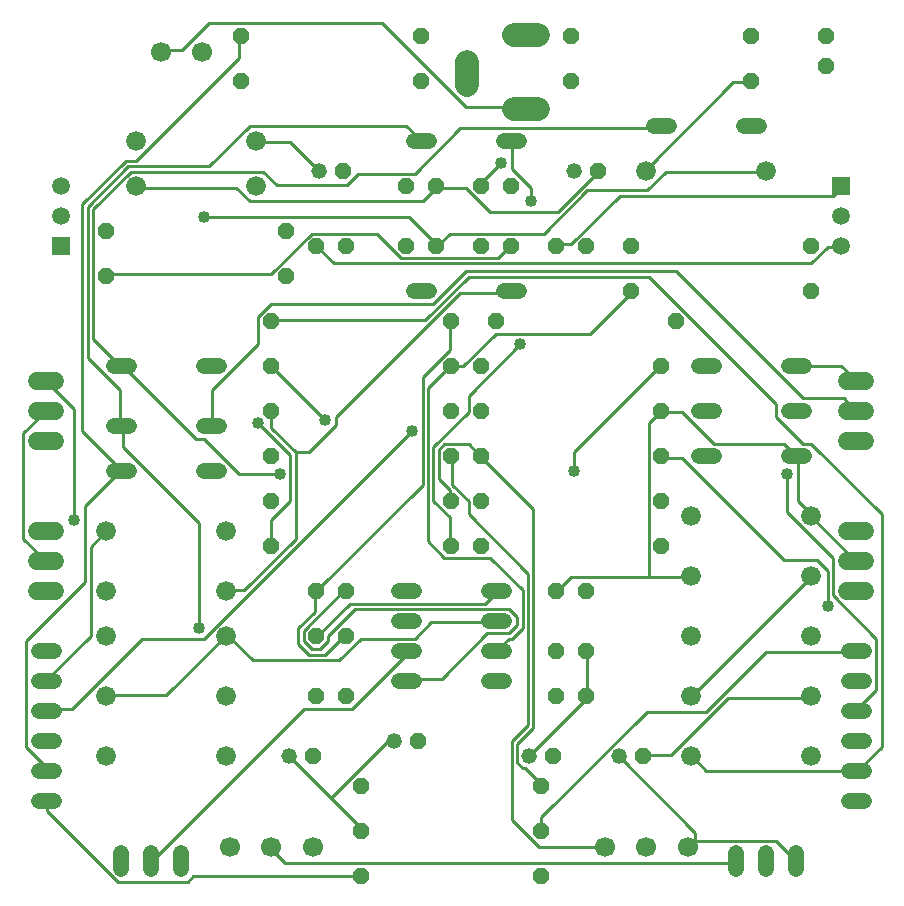
<source format=gbl>
G75*
%MOIN*%
%OFA0B0*%
%FSLAX25Y25*%
%IPPOS*%
%LPD*%
%AMOC8*
5,1,8,0,0,1.08239X$1,22.5*
%
%ADD10C,0.06693*%
%ADD11OC8,0.05200*%
%ADD12C,0.05200*%
%ADD13C,0.06600*%
%ADD14C,0.05200*%
%ADD15R,0.05937X0.05937*%
%ADD16C,0.05937*%
%ADD17C,0.07874*%
%ADD18C,0.06000*%
%ADD19C,0.01000*%
%ADD20C,0.04000*%
D10*
X0077220Y0020606D03*
X0091000Y0020606D03*
X0104780Y0020606D03*
X0202220Y0020606D03*
X0216000Y0020606D03*
X0229780Y0020606D03*
X0067890Y0285606D03*
X0054110Y0285606D03*
D11*
X0081000Y0291000D03*
X0081000Y0276000D03*
X0115000Y0246000D03*
X0136000Y0241000D03*
X0146000Y0241000D03*
X0161000Y0241000D03*
X0171000Y0241000D03*
X0171000Y0221000D03*
X0161000Y0221000D03*
X0146000Y0221000D03*
X0136000Y0221000D03*
X0116000Y0221000D03*
X0106000Y0221000D03*
X0096000Y0226000D03*
X0096000Y0211000D03*
X0091000Y0196000D03*
X0091000Y0181000D03*
X0091000Y0166000D03*
X0091000Y0151000D03*
X0091000Y0136000D03*
X0091000Y0121000D03*
X0106000Y0106000D03*
X0116000Y0106000D03*
X0116000Y0091000D03*
X0106000Y0091000D03*
X0106000Y0071000D03*
X0116000Y0071000D03*
X0105000Y0051000D03*
X0121000Y0041000D03*
X0121000Y0026000D03*
X0121000Y0011000D03*
X0140000Y0056000D03*
X0181000Y0041000D03*
X0185000Y0051000D03*
X0186000Y0071000D03*
X0196000Y0071000D03*
X0196000Y0086000D03*
X0186000Y0086000D03*
X0186000Y0106000D03*
X0196000Y0106000D03*
X0221000Y0121000D03*
X0221000Y0136000D03*
X0221000Y0151000D03*
X0221000Y0166000D03*
X0221000Y0181000D03*
X0226000Y0196000D03*
X0211000Y0206000D03*
X0211000Y0221000D03*
X0196000Y0221000D03*
X0186000Y0221000D03*
X0166000Y0196000D03*
X0151000Y0196000D03*
X0151000Y0181000D03*
X0161000Y0181000D03*
X0161000Y0166000D03*
X0151000Y0166000D03*
X0151000Y0151000D03*
X0161000Y0151000D03*
X0161000Y0136000D03*
X0151000Y0136000D03*
X0151000Y0121000D03*
X0161000Y0121000D03*
X0215000Y0051000D03*
X0181000Y0026000D03*
X0181000Y0011000D03*
X0271000Y0206000D03*
X0271000Y0221000D03*
X0251000Y0276000D03*
X0251000Y0291000D03*
X0276000Y0291000D03*
X0276000Y0281000D03*
X0200000Y0246000D03*
X0191000Y0276000D03*
X0191000Y0291000D03*
X0141000Y0291000D03*
X0141000Y0276000D03*
X0036000Y0226000D03*
X0036000Y0211000D03*
D12*
X0107000Y0246000D03*
X0192000Y0246000D03*
X0132000Y0056000D03*
X0097000Y0051000D03*
X0177000Y0051000D03*
X0207000Y0051000D03*
D13*
X0231000Y0051000D03*
X0231000Y0071000D03*
X0231000Y0091000D03*
X0231000Y0111000D03*
X0231000Y0131000D03*
X0271000Y0131000D03*
X0271000Y0111000D03*
X0271000Y0091000D03*
X0271000Y0071000D03*
X0271000Y0051000D03*
X0256000Y0246000D03*
X0216000Y0246000D03*
X0086000Y0241000D03*
X0086000Y0256000D03*
X0046000Y0256000D03*
X0046000Y0241000D03*
X0036000Y0126000D03*
X0036000Y0106000D03*
X0036000Y0091000D03*
X0036000Y0071000D03*
X0036000Y0051000D03*
X0076000Y0051000D03*
X0076000Y0071000D03*
X0076000Y0091000D03*
X0076000Y0106000D03*
X0076000Y0126000D03*
D14*
X0073600Y0146000D02*
X0068400Y0146000D01*
X0068400Y0161000D02*
X0073600Y0161000D01*
X0073600Y0181000D02*
X0068400Y0181000D01*
X0043600Y0181000D02*
X0038400Y0181000D01*
X0038400Y0161000D02*
X0043600Y0161000D01*
X0043600Y0146000D02*
X0038400Y0146000D01*
X0018600Y0086000D02*
X0013400Y0086000D01*
X0013400Y0076000D02*
X0018600Y0076000D01*
X0018600Y0066000D02*
X0013400Y0066000D01*
X0013400Y0056000D02*
X0018600Y0056000D01*
X0018600Y0046000D02*
X0013400Y0046000D01*
X0013400Y0036000D02*
X0018600Y0036000D01*
X0041000Y0018600D02*
X0041000Y0013400D01*
X0051000Y0013400D02*
X0051000Y0018600D01*
X0061000Y0018600D02*
X0061000Y0013400D01*
X0133400Y0076000D02*
X0138600Y0076000D01*
X0138600Y0086000D02*
X0133400Y0086000D01*
X0133400Y0096000D02*
X0138600Y0096000D01*
X0138600Y0106000D02*
X0133400Y0106000D01*
X0163400Y0106000D02*
X0168600Y0106000D01*
X0168600Y0096000D02*
X0163400Y0096000D01*
X0163400Y0086000D02*
X0168600Y0086000D01*
X0168600Y0076000D02*
X0163400Y0076000D01*
X0233400Y0151000D02*
X0238600Y0151000D01*
X0238600Y0166000D02*
X0233400Y0166000D01*
X0233400Y0181000D02*
X0238600Y0181000D01*
X0263400Y0181000D02*
X0268600Y0181000D01*
X0268600Y0166000D02*
X0263400Y0166000D01*
X0263400Y0151000D02*
X0268600Y0151000D01*
X0283400Y0086000D02*
X0288600Y0086000D01*
X0288600Y0076000D02*
X0283400Y0076000D01*
X0283400Y0066000D02*
X0288600Y0066000D01*
X0288600Y0056000D02*
X0283400Y0056000D01*
X0283400Y0046000D02*
X0288600Y0046000D01*
X0288600Y0036000D02*
X0283400Y0036000D01*
X0266000Y0018600D02*
X0266000Y0013400D01*
X0256000Y0013400D02*
X0256000Y0018600D01*
X0246000Y0018600D02*
X0246000Y0013400D01*
X0173600Y0206000D02*
X0168400Y0206000D01*
X0143600Y0206000D02*
X0138400Y0206000D01*
X0138400Y0256000D02*
X0143600Y0256000D01*
X0168400Y0256000D02*
X0173600Y0256000D01*
X0218400Y0261000D02*
X0223600Y0261000D01*
X0248400Y0261000D02*
X0253600Y0261000D01*
D15*
X0281000Y0241000D03*
X0021000Y0221000D03*
D16*
X0021000Y0231000D03*
X0021000Y0241000D03*
X0281000Y0231000D03*
X0281000Y0221000D03*
D17*
X0179780Y0266669D02*
X0171906Y0266669D01*
X0156157Y0274543D02*
X0156157Y0282417D01*
X0171906Y0291472D02*
X0179780Y0291472D01*
D18*
X0283000Y0176000D02*
X0289000Y0176000D01*
X0289000Y0166000D02*
X0283000Y0166000D01*
X0283000Y0156000D02*
X0289000Y0156000D01*
X0289000Y0126000D02*
X0283000Y0126000D01*
X0283000Y0116000D02*
X0289000Y0116000D01*
X0289000Y0106000D02*
X0283000Y0106000D01*
X0019000Y0106000D02*
X0013000Y0106000D01*
X0013000Y0116000D02*
X0019000Y0116000D01*
X0019000Y0126000D02*
X0013000Y0126000D01*
X0013000Y0156000D02*
X0019000Y0156000D01*
X0019000Y0166000D02*
X0013000Y0166000D01*
X0013000Y0176000D02*
X0019000Y0176000D01*
D19*
X0016300Y0035200D02*
X0016300Y0032500D01*
X0039700Y0009100D01*
X0063100Y0009100D01*
X0064900Y0010900D01*
X0120700Y0010900D01*
X0121000Y0011000D01*
X0121000Y0026000D02*
X0121600Y0026200D01*
X0110800Y0037000D01*
X0129700Y0055900D01*
X0131500Y0055900D01*
X0132000Y0056000D01*
X0118000Y0066700D02*
X0136000Y0084700D01*
X0136000Y0086000D01*
X0138700Y0090100D02*
X0120700Y0090100D01*
X0113500Y0082900D01*
X0084700Y0082900D01*
X0076600Y0091000D01*
X0076000Y0091000D01*
X0075700Y0091000D01*
X0055900Y0071200D01*
X0036100Y0071200D01*
X0036000Y0071000D01*
X0024400Y0066700D02*
X0047800Y0090100D01*
X0068500Y0090100D01*
X0137800Y0159400D01*
X0145000Y0154000D02*
X0156700Y0165700D01*
X0156700Y0171100D01*
X0173800Y0188200D01*
X0165700Y0191800D02*
X0197200Y0191800D01*
X0210700Y0205300D01*
X0211000Y0206000D01*
X0217000Y0210700D02*
X0259300Y0168400D01*
X0259300Y0163900D01*
X0268300Y0154900D01*
X0271000Y0154900D01*
X0294400Y0131500D01*
X0294400Y0054100D01*
X0286300Y0046000D01*
X0286000Y0046000D01*
X0235900Y0046000D01*
X0231400Y0050500D01*
X0231000Y0051000D01*
X0224200Y0051400D02*
X0215200Y0051400D01*
X0215000Y0051000D01*
X0207100Y0050500D02*
X0207000Y0051000D01*
X0207100Y0050500D02*
X0232300Y0025300D01*
X0232300Y0022600D01*
X0229780Y0020606D01*
X0230500Y0020800D01*
X0232300Y0022600D01*
X0259300Y0022600D01*
X0265600Y0016300D01*
X0266000Y0016000D01*
X0246000Y0016000D02*
X0245800Y0015400D01*
X0095500Y0015400D01*
X0091000Y0019900D01*
X0091000Y0020606D01*
X0110800Y0037000D02*
X0097300Y0050500D01*
X0097000Y0051000D01*
X0101800Y0066700D02*
X0118000Y0066700D01*
X0109000Y0084700D02*
X0103600Y0084700D01*
X0100000Y0088300D01*
X0100000Y0093700D01*
X0105400Y0099100D01*
X0105400Y0105400D01*
X0106000Y0106000D01*
X0141400Y0141400D01*
X0141400Y0177400D01*
X0150400Y0186400D01*
X0150400Y0195400D01*
X0151000Y0196000D01*
X0145000Y0201700D02*
X0155800Y0212500D01*
X0226000Y0212500D01*
X0268300Y0170200D01*
X0281800Y0170200D01*
X0286000Y0166000D01*
X0286000Y0176000D02*
X0285400Y0176500D01*
X0280900Y0181000D01*
X0266000Y0181000D01*
X0262000Y0154900D02*
X0265600Y0151300D01*
X0266000Y0151000D01*
X0266500Y0150400D01*
X0266500Y0136000D01*
X0271000Y0131500D01*
X0271000Y0131000D01*
X0271000Y0130600D01*
X0285400Y0116200D01*
X0286000Y0116000D01*
X0278200Y0117100D02*
X0262900Y0132400D01*
X0262900Y0145000D01*
X0262000Y0154900D02*
X0238600Y0154900D01*
X0227800Y0165700D01*
X0221500Y0165700D01*
X0221000Y0166000D01*
X0220600Y0165700D01*
X0217000Y0162100D01*
X0217000Y0110800D01*
X0230500Y0110800D01*
X0231000Y0111000D01*
X0217000Y0110800D02*
X0190900Y0110800D01*
X0186400Y0106300D01*
X0186000Y0106000D01*
X0176500Y0111700D02*
X0176500Y0061300D01*
X0171100Y0055900D01*
X0171100Y0029800D01*
X0180100Y0020800D01*
X0201700Y0020800D01*
X0202220Y0020606D01*
X0181000Y0026000D02*
X0181000Y0030700D01*
X0216100Y0065800D01*
X0235900Y0065800D01*
X0255700Y0085600D01*
X0285400Y0085600D01*
X0286000Y0086000D01*
X0292600Y0090100D02*
X0278200Y0104500D01*
X0278200Y0117100D01*
X0276400Y0112600D02*
X0276400Y0100900D01*
X0271000Y0110800D02*
X0271000Y0111000D01*
X0271000Y0110800D02*
X0231400Y0071200D01*
X0231000Y0071000D01*
X0243100Y0070300D02*
X0224200Y0051400D01*
X0243100Y0070300D02*
X0271000Y0070300D01*
X0271000Y0071000D01*
X0286000Y0066000D02*
X0286300Y0066700D01*
X0292600Y0073000D01*
X0292600Y0090100D01*
X0276400Y0112600D02*
X0272800Y0116200D01*
X0262000Y0116200D01*
X0227800Y0150400D01*
X0221500Y0150400D01*
X0221000Y0151000D01*
X0191800Y0152200D02*
X0220600Y0181000D01*
X0221000Y0181000D01*
X0217000Y0210700D02*
X0156700Y0210700D01*
X0142300Y0196300D01*
X0091000Y0196300D01*
X0091000Y0196000D01*
X0086500Y0197200D02*
X0091000Y0201700D01*
X0145000Y0201700D01*
X0154000Y0205300D02*
X0112600Y0163900D01*
X0112600Y0161200D01*
X0103600Y0152200D01*
X0099100Y0152200D01*
X0099100Y0123400D01*
X0082000Y0106300D01*
X0076600Y0106300D01*
X0076000Y0106000D01*
X0066700Y0093700D02*
X0066700Y0128800D01*
X0041500Y0154000D01*
X0041500Y0160300D01*
X0041000Y0161000D01*
X0040600Y0161200D01*
X0040600Y0172900D01*
X0029800Y0183700D01*
X0029800Y0234100D01*
X0043300Y0247600D01*
X0070300Y0247600D01*
X0083800Y0261100D01*
X0136000Y0261100D01*
X0140500Y0256600D01*
X0141000Y0256000D01*
X0138700Y0244900D02*
X0119800Y0244900D01*
X0116200Y0241300D01*
X0092800Y0241300D01*
X0088300Y0245800D01*
X0044200Y0245800D01*
X0031600Y0233200D01*
X0031600Y0190000D01*
X0040600Y0181000D01*
X0041000Y0181000D01*
X0041500Y0181000D01*
X0065800Y0156700D01*
X0068500Y0156700D01*
X0080200Y0145000D01*
X0093700Y0145000D01*
X0097300Y0151300D02*
X0086500Y0162100D01*
X0091000Y0160300D02*
X0099100Y0152200D01*
X0097300Y0151300D02*
X0097300Y0136000D01*
X0091000Y0129700D01*
X0091000Y0121000D01*
X0115300Y0106300D02*
X0116000Y0106000D01*
X0115300Y0106300D02*
X0101800Y0092800D01*
X0101800Y0089200D01*
X0104500Y0086500D01*
X0107200Y0086500D01*
X0109900Y0089200D01*
X0109900Y0091000D01*
X0118900Y0100000D01*
X0170200Y0100000D01*
X0172900Y0097300D01*
X0172900Y0094600D01*
X0170200Y0091900D01*
X0163000Y0091900D01*
X0147700Y0076600D01*
X0136000Y0076600D01*
X0136000Y0076000D01*
X0138700Y0090100D02*
X0144100Y0095500D01*
X0165700Y0095500D01*
X0166000Y0096000D01*
X0162100Y0101800D02*
X0165700Y0105400D01*
X0166000Y0106000D01*
X0162100Y0101800D02*
X0117100Y0101800D01*
X0106300Y0091000D01*
X0106000Y0091000D01*
X0109000Y0084700D02*
X0115300Y0091000D01*
X0116000Y0091000D01*
X0101800Y0066700D02*
X0051400Y0016300D01*
X0051000Y0016000D01*
X0016300Y0035200D02*
X0016000Y0036000D01*
X0016000Y0046000D02*
X0015400Y0046000D01*
X0015400Y0047800D01*
X0009100Y0054100D01*
X0009100Y0089200D01*
X0028900Y0109000D01*
X0028900Y0134200D01*
X0040600Y0145900D01*
X0041000Y0146000D01*
X0040600Y0146800D01*
X0028000Y0159400D01*
X0028000Y0235000D01*
X0042400Y0249400D01*
X0046000Y0249400D01*
X0080200Y0283600D01*
X0080200Y0290800D01*
X0081000Y0291000D01*
X0070300Y0295300D02*
X0127900Y0295300D01*
X0155800Y0267400D01*
X0175600Y0267400D01*
X0175843Y0266669D01*
X0171000Y0256000D02*
X0171100Y0255700D01*
X0171100Y0246700D01*
X0177400Y0240400D01*
X0177400Y0235900D01*
X0186400Y0232300D02*
X0199900Y0245800D01*
X0200000Y0246000D01*
X0196300Y0239500D02*
X0181900Y0225100D01*
X0150400Y0225100D01*
X0146800Y0221500D01*
X0146000Y0221000D01*
X0145900Y0221500D01*
X0136900Y0230500D01*
X0068500Y0230500D01*
X0079300Y0240400D02*
X0083800Y0235900D01*
X0141400Y0235900D01*
X0145900Y0240400D01*
X0146000Y0241000D01*
X0146800Y0240400D01*
X0155800Y0240400D01*
X0163900Y0232300D01*
X0186400Y0232300D01*
X0186400Y0221500D02*
X0186000Y0221000D01*
X0186400Y0221500D02*
X0190900Y0221500D01*
X0207100Y0237700D01*
X0278200Y0237700D01*
X0280900Y0240400D01*
X0281000Y0241000D01*
X0281000Y0221000D02*
X0280900Y0220600D01*
X0276400Y0220600D01*
X0271000Y0215200D01*
X0111700Y0215200D01*
X0106300Y0220600D01*
X0106000Y0221000D01*
X0104500Y0225100D02*
X0126100Y0225100D01*
X0134200Y0217000D01*
X0166600Y0217000D01*
X0170200Y0220600D01*
X0171000Y0221000D01*
X0171000Y0206000D02*
X0170200Y0205300D01*
X0154000Y0205300D01*
X0165700Y0191800D02*
X0154900Y0181000D01*
X0151000Y0181000D01*
X0150400Y0181000D01*
X0143200Y0173800D01*
X0143200Y0122500D01*
X0148600Y0117100D01*
X0163900Y0117100D01*
X0174700Y0106300D01*
X0174700Y0093700D01*
X0171100Y0090100D01*
X0170200Y0090100D01*
X0166600Y0086500D01*
X0166000Y0086000D01*
X0176500Y0111700D02*
X0156700Y0131500D01*
X0156700Y0136000D01*
X0151300Y0141400D01*
X0151300Y0150400D01*
X0151000Y0151000D01*
X0148600Y0154900D02*
X0156700Y0154900D01*
X0160300Y0151300D01*
X0161000Y0151000D01*
X0161200Y0150400D01*
X0178300Y0133300D01*
X0178300Y0060400D01*
X0172900Y0055000D01*
X0172900Y0048700D01*
X0174700Y0046900D01*
X0175600Y0046900D01*
X0181000Y0041500D01*
X0181000Y0041000D01*
X0177000Y0051000D02*
X0196300Y0070300D01*
X0196000Y0071000D01*
X0196300Y0071200D01*
X0196300Y0085600D01*
X0196000Y0086000D01*
X0151000Y0121000D02*
X0150400Y0121600D01*
X0150400Y0130600D01*
X0145000Y0136000D01*
X0145000Y0154000D01*
X0146800Y0153100D02*
X0148600Y0154900D01*
X0146800Y0153100D02*
X0146800Y0143200D01*
X0150400Y0139600D01*
X0150400Y0136000D01*
X0151000Y0136000D01*
X0191800Y0145900D02*
X0191800Y0152200D01*
X0109000Y0163000D02*
X0091000Y0181000D01*
X0086500Y0188200D02*
X0086500Y0197200D01*
X0086500Y0188200D02*
X0071200Y0172900D01*
X0071200Y0161200D01*
X0071000Y0161000D01*
X0091000Y0160300D02*
X0091000Y0166000D01*
X0091000Y0211600D02*
X0104500Y0225100D01*
X0091000Y0211600D02*
X0036100Y0211600D01*
X0036000Y0211000D01*
X0046000Y0240400D02*
X0046000Y0241000D01*
X0046000Y0240400D02*
X0079300Y0240400D01*
X0086500Y0255700D02*
X0086000Y0256000D01*
X0086500Y0255700D02*
X0097300Y0255700D01*
X0107000Y0246000D01*
X0138700Y0244900D02*
X0154000Y0260200D01*
X0220600Y0260200D01*
X0221000Y0261000D01*
X0216100Y0246700D02*
X0216000Y0246000D01*
X0216100Y0246700D02*
X0244900Y0275500D01*
X0250300Y0275500D01*
X0251000Y0276000D01*
X0256000Y0246000D02*
X0255700Y0245800D01*
X0222400Y0245800D01*
X0216100Y0239500D01*
X0196300Y0239500D01*
X0167500Y0248500D02*
X0160300Y0241300D01*
X0161000Y0241000D01*
X0070300Y0295300D02*
X0061300Y0286300D01*
X0055000Y0286300D01*
X0054110Y0285606D01*
X0016000Y0176000D02*
X0016300Y0175600D01*
X0025300Y0166600D01*
X0025300Y0129700D01*
X0030700Y0120700D02*
X0036000Y0126000D01*
X0030700Y0120700D02*
X0030700Y0091000D01*
X0016300Y0076600D01*
X0016000Y0076000D01*
X0016300Y0066700D02*
X0016000Y0066000D01*
X0016300Y0066700D02*
X0024400Y0066700D01*
X0016000Y0116000D02*
X0015400Y0116200D01*
X0008200Y0123400D01*
X0008200Y0158500D01*
X0015400Y0165700D01*
X0016000Y0166000D01*
D20*
X0025300Y0129700D03*
X0066700Y0093700D03*
X0093700Y0145000D03*
X0086500Y0162100D03*
X0109000Y0163000D03*
X0137800Y0159400D03*
X0173800Y0188200D03*
X0191800Y0145900D03*
X0262900Y0145000D03*
X0276400Y0100900D03*
X0177400Y0235900D03*
X0167500Y0248500D03*
X0068500Y0230500D03*
M02*

</source>
